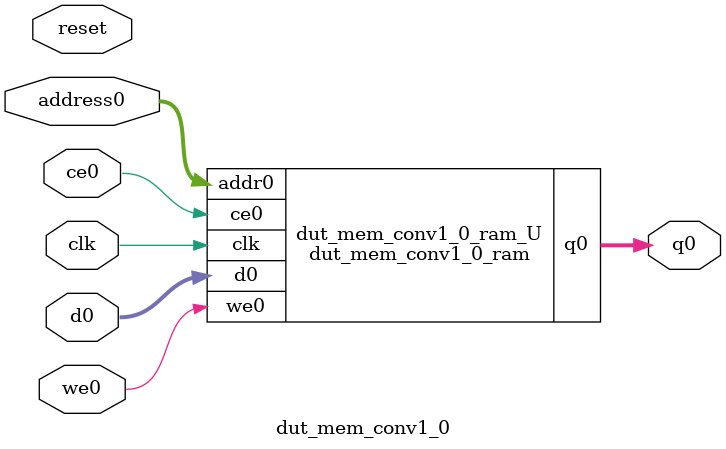
<source format=v>

`timescale 1 ns / 1 ps
module dut_mem_conv1_0_ram (addr0, ce0, d0, we0, q0,  clk);

parameter DWIDTH = 128;
parameter AWIDTH = 8;
parameter MEM_SIZE = 147;

input[AWIDTH-1:0] addr0;
input ce0;
input[DWIDTH-1:0] d0;
input we0;
output reg[DWIDTH-1:0] q0;
input clk;

(* ram_style = "block" *)reg [DWIDTH-1:0] ram[MEM_SIZE-1:0];




always @(posedge clk)  
begin 
    if (ce0) 
    begin
        if (we0) 
        begin 
            ram[addr0] <= d0; 
            q0 <= d0;
        end 
        else 
            q0 <= ram[addr0];
    end
end


endmodule


`timescale 1 ns / 1 ps
module dut_mem_conv1_0(
    reset,
    clk,
    address0,
    ce0,
    we0,
    d0,
    q0);

parameter DataWidth = 32'd128;
parameter AddressRange = 32'd147;
parameter AddressWidth = 32'd8;
input reset;
input clk;
input[AddressWidth - 1:0] address0;
input ce0;
input we0;
input[DataWidth - 1:0] d0;
output[DataWidth - 1:0] q0;



dut_mem_conv1_0_ram dut_mem_conv1_0_ram_U(
    .clk( clk ),
    .addr0( address0 ),
    .ce0( ce0 ),
    .d0( d0 ),
    .we0( we0 ),
    .q0( q0 ));

endmodule


</source>
